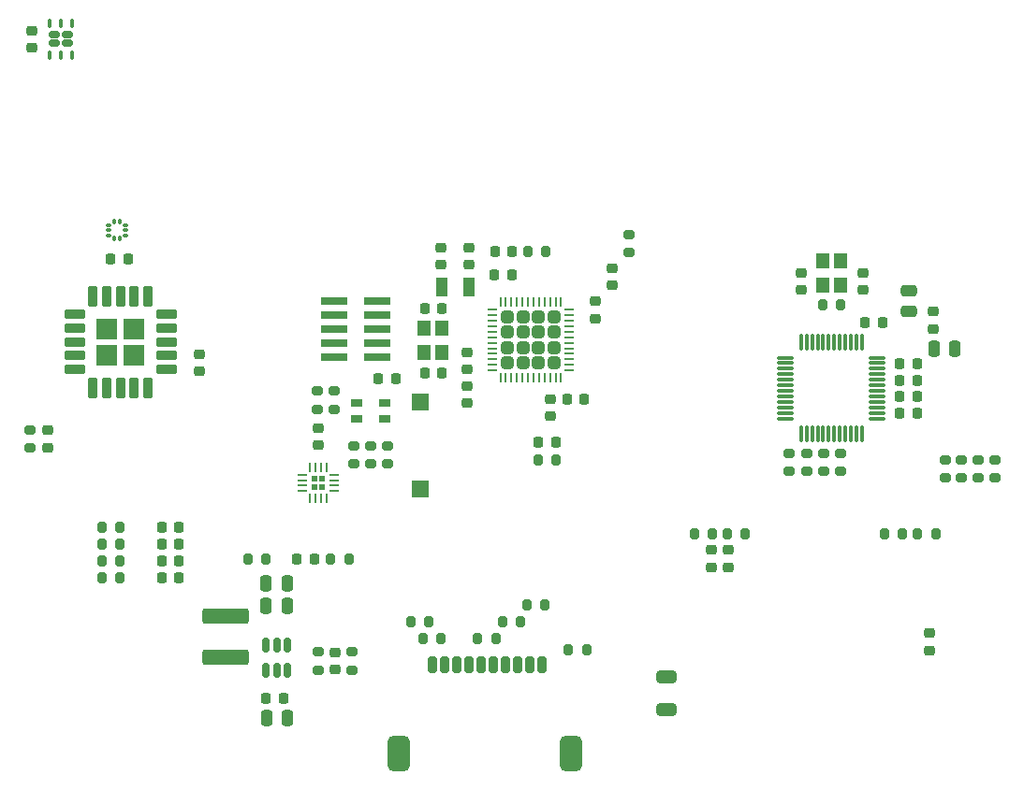
<source format=gtp>
G04 #@! TF.GenerationSoftware,KiCad,Pcbnew,8.0.9*
G04 #@! TF.CreationDate,2025-05-18T21:41:49+02:00*
G04 #@! TF.ProjectId,sensor-hub,73656e73-6f72-42d6-9875-622e6b696361,rev?*
G04 #@! TF.SameCoordinates,Original*
G04 #@! TF.FileFunction,Paste,Top*
G04 #@! TF.FilePolarity,Positive*
%FSLAX46Y46*%
G04 Gerber Fmt 4.6, Leading zero omitted, Abs format (unit mm)*
G04 Created by KiCad (PCBNEW 8.0.9) date 2025-05-18 21:41:49*
%MOMM*%
%LPD*%
G01*
G04 APERTURE LIST*
G04 Aperture macros list*
%AMRoundRect*
0 Rectangle with rounded corners*
0 $1 Rounding radius*
0 $2 $3 $4 $5 $6 $7 $8 $9 X,Y pos of 4 corners*
0 Add a 4 corners polygon primitive as box body*
4,1,4,$2,$3,$4,$5,$6,$7,$8,$9,$2,$3,0*
0 Add four circle primitives for the rounded corners*
1,1,$1+$1,$2,$3*
1,1,$1+$1,$4,$5*
1,1,$1+$1,$6,$7*
1,1,$1+$1,$8,$9*
0 Add four rect primitives between the rounded corners*
20,1,$1+$1,$2,$3,$4,$5,0*
20,1,$1+$1,$4,$5,$6,$7,0*
20,1,$1+$1,$6,$7,$8,$9,0*
20,1,$1+$1,$8,$9,$2,$3,0*%
G04 Aperture macros list end*
%ADD10RoundRect,0.145000X-0.145000X-0.145000X0.145000X-0.145000X0.145000X0.145000X-0.145000X0.145000X0*%
%ADD11RoundRect,0.062500X-0.375000X-0.062500X0.375000X-0.062500X0.375000X0.062500X-0.375000X0.062500X0*%
%ADD12RoundRect,0.062500X-0.062500X-0.375000X0.062500X-0.375000X0.062500X0.375000X-0.062500X0.375000X0*%
%ADD13RoundRect,0.249999X1.850001X-0.450001X1.850001X0.450001X-1.850001X0.450001X-1.850001X-0.450001X0*%
%ADD14RoundRect,0.200000X0.200000X0.275000X-0.200000X0.275000X-0.200000X-0.275000X0.200000X-0.275000X0*%
%ADD15RoundRect,0.200000X-0.275000X0.200000X-0.275000X-0.200000X0.275000X-0.200000X0.275000X0.200000X0*%
%ADD16RoundRect,0.225000X0.250000X-0.225000X0.250000X0.225000X-0.250000X0.225000X-0.250000X-0.225000X0*%
%ADD17RoundRect,0.218750X-0.256250X0.218750X-0.256250X-0.218750X0.256250X-0.218750X0.256250X0.218750X0*%
%ADD18RoundRect,0.200000X0.275000X-0.200000X0.275000X0.200000X-0.275000X0.200000X-0.275000X-0.200000X0*%
%ADD19RoundRect,0.218750X0.218750X0.256250X-0.218750X0.256250X-0.218750X-0.256250X0.218750X-0.256250X0*%
%ADD20RoundRect,0.225000X0.225000X0.250000X-0.225000X0.250000X-0.225000X-0.250000X0.225000X-0.250000X0*%
%ADD21RoundRect,0.225000X-0.250000X0.225000X-0.250000X-0.225000X0.250000X-0.225000X0.250000X0.225000X0*%
%ADD22RoundRect,0.225000X-0.225000X-0.250000X0.225000X-0.250000X0.225000X0.250000X-0.225000X0.250000X0*%
%ADD23R,1.150000X1.400000*%
%ADD24R,1.000000X1.800000*%
%ADD25RoundRect,0.200000X-0.200000X-0.275000X0.200000X-0.275000X0.200000X0.275000X-0.200000X0.275000X0*%
%ADD26RoundRect,0.250000X-0.315000X-0.315000X0.315000X-0.315000X0.315000X0.315000X-0.315000X0.315000X0*%
%ADD27RoundRect,0.250001X0.714999X-0.714999X0.714999X0.714999X-0.714999X0.714999X-0.714999X-0.714999X0*%
%ADD28RoundRect,0.212500X0.212500X-0.737500X0.212500X0.737500X-0.212500X0.737500X-0.212500X-0.737500X0*%
%ADD29RoundRect,0.212500X0.737500X-0.212500X0.737500X0.212500X-0.737500X0.212500X-0.737500X-0.212500X0*%
%ADD30R,1.000000X0.800000*%
%ADD31RoundRect,0.250000X-0.250000X-0.475000X0.250000X-0.475000X0.250000X0.475000X-0.250000X0.475000X0*%
%ADD32RoundRect,0.250000X0.475000X-0.250000X0.475000X0.250000X-0.475000X0.250000X-0.475000X-0.250000X0*%
%ADD33R,2.400000X0.740000*%
%ADD34RoundRect,0.150000X-0.335000X0.150000X-0.335000X-0.150000X0.335000X-0.150000X0.335000X0.150000X0*%
%ADD35RoundRect,0.100000X-0.100000X0.300000X-0.100000X-0.300000X0.100000X-0.300000X0.100000X0.300000X0*%
%ADD36RoundRect,0.150000X-0.150000X0.512500X-0.150000X-0.512500X0.150000X-0.512500X0.150000X0.512500X0*%
%ADD37R,1.500000X1.500000*%
%ADD38RoundRect,0.200000X0.200000X0.550000X-0.200000X0.550000X-0.200000X-0.550000X0.200000X-0.550000X0*%
%ADD39RoundRect,0.500000X0.500000X1.100000X-0.500000X1.100000X-0.500000X-1.100000X0.500000X-1.100000X0*%
%ADD40RoundRect,0.087500X0.087500X-0.125000X0.087500X0.125000X-0.087500X0.125000X-0.087500X-0.125000X0*%
%ADD41RoundRect,0.087500X0.125000X-0.087500X0.125000X0.087500X-0.125000X0.087500X-0.125000X-0.087500X0*%
%ADD42RoundRect,0.250000X0.650000X-0.325000X0.650000X0.325000X-0.650000X0.325000X-0.650000X-0.325000X0*%
%ADD43RoundRect,0.075000X0.075000X-0.662500X0.075000X0.662500X-0.075000X0.662500X-0.075000X-0.662500X0*%
%ADD44RoundRect,0.075000X0.662500X-0.075000X0.662500X0.075000X-0.662500X0.075000X-0.662500X-0.075000X0*%
G04 APERTURE END LIST*
D10*
X74680000Y-104430000D03*
X74680000Y-105150000D03*
X75400000Y-104430000D03*
X75400000Y-105150000D03*
D11*
X73602500Y-104040000D03*
X73602500Y-104540000D03*
X73602500Y-105040000D03*
X73602500Y-105540000D03*
D12*
X74290000Y-106227500D03*
X74790000Y-106227500D03*
X75290000Y-106227500D03*
X75790000Y-106227500D03*
D11*
X76477500Y-105540000D03*
X76477500Y-105040000D03*
X76477500Y-104540000D03*
X76477500Y-104040000D03*
D12*
X75790000Y-103352500D03*
X75290000Y-103352500D03*
X74790000Y-103352500D03*
X74290000Y-103352500D03*
D13*
X66650000Y-120575000D03*
X66650000Y-116875000D03*
D14*
X57125000Y-108775000D03*
X55475000Y-108775000D03*
D15*
X120762500Y-102100000D03*
X120762500Y-103750000D03*
D16*
X75050000Y-101400000D03*
X75050000Y-99850000D03*
D17*
X50600000Y-100012500D03*
X50600000Y-101587500D03*
D18*
X134750000Y-104350000D03*
X134750000Y-102700000D03*
D15*
X75050000Y-120075000D03*
X75050000Y-121725000D03*
D19*
X96537500Y-101075000D03*
X94962500Y-101075000D03*
D20*
X99100000Y-97212500D03*
X97550000Y-97212500D03*
D17*
X88525000Y-96002500D03*
X88525000Y-97577500D03*
D14*
X93350000Y-117325000D03*
X91700000Y-117325000D03*
D21*
X76575000Y-120125000D03*
X76575000Y-121675000D03*
D18*
X74950000Y-98125000D03*
X74950000Y-96475000D03*
D22*
X127662500Y-97000000D03*
X129212500Y-97000000D03*
D23*
X120712500Y-84700000D03*
X120712500Y-86900000D03*
X122312500Y-86900000D03*
X122312500Y-84700000D03*
D20*
X86225000Y-89012500D03*
X84675000Y-89012500D03*
D23*
X86225000Y-93012500D03*
X86225000Y-90812500D03*
X84625000Y-90812500D03*
X84625000Y-93012500D03*
D24*
X88725000Y-87012500D03*
X86225000Y-87012500D03*
D15*
X48950000Y-99975000D03*
X48950000Y-101625000D03*
D22*
X60875000Y-113350000D03*
X62425000Y-113350000D03*
X127662500Y-98500000D03*
X129212500Y-98500000D03*
D25*
X76175000Y-111675000D03*
X77825000Y-111675000D03*
X83425000Y-117325000D03*
X85075000Y-117325000D03*
D22*
X60875000Y-108775000D03*
X62425000Y-108775000D03*
D15*
X119212500Y-102100000D03*
X119212500Y-103750000D03*
D25*
X84525000Y-118875000D03*
X86175000Y-118875000D03*
D21*
X64275000Y-93150000D03*
X64275000Y-94700000D03*
X118712500Y-85800000D03*
X118712500Y-87350000D03*
D14*
X130925000Y-109375000D03*
X129275000Y-109375000D03*
D26*
X92175000Y-89750000D03*
X92175000Y-91150000D03*
X92175000Y-92550000D03*
X92175000Y-93950000D03*
X93575000Y-89750000D03*
X93575000Y-91150000D03*
X93575000Y-92550000D03*
X93575000Y-93950000D03*
X94975000Y-89750000D03*
X94975000Y-91150000D03*
X94975000Y-92550000D03*
X94975000Y-93950000D03*
X96375000Y-89750000D03*
X96375000Y-91150000D03*
X96375000Y-92550000D03*
X96375000Y-93950000D03*
D11*
X90837500Y-89100000D03*
X90837500Y-89600000D03*
X90837500Y-90100000D03*
X90837500Y-90600000D03*
X90837500Y-91100000D03*
X90837500Y-91600000D03*
X90837500Y-92100000D03*
X90837500Y-92600000D03*
X90837500Y-93100000D03*
X90837500Y-93600000D03*
X90837500Y-94100000D03*
X90837500Y-94600000D03*
D12*
X91525000Y-95287500D03*
X92025000Y-95287500D03*
X92525000Y-95287500D03*
X93025000Y-95287500D03*
X93525000Y-95287500D03*
X94025000Y-95287500D03*
X94525000Y-95287500D03*
X95025000Y-95287500D03*
X95525000Y-95287500D03*
X96025000Y-95287500D03*
X96525000Y-95287500D03*
X97025000Y-95287500D03*
D11*
X97712500Y-94600000D03*
X97712500Y-94100000D03*
X97712500Y-93600000D03*
X97712500Y-93100000D03*
X97712500Y-92600000D03*
X97712500Y-92100000D03*
X97712500Y-91600000D03*
X97712500Y-91100000D03*
X97712500Y-90600000D03*
X97712500Y-90100000D03*
X97712500Y-89600000D03*
X97712500Y-89100000D03*
D12*
X97025000Y-88412500D03*
X96525000Y-88412500D03*
X96025000Y-88412500D03*
X95525000Y-88412500D03*
X95025000Y-88412500D03*
X94525000Y-88412500D03*
X94025000Y-88412500D03*
X93525000Y-88412500D03*
X93025000Y-88412500D03*
X92525000Y-88412500D03*
X92025000Y-88412500D03*
X91525000Y-88412500D03*
D14*
X96575000Y-102725000D03*
X94925000Y-102725000D03*
X57125000Y-111825000D03*
X55475000Y-111825000D03*
D22*
X60875000Y-111825000D03*
X62425000Y-111825000D03*
D19*
X74675000Y-111675000D03*
X73100000Y-111675000D03*
D27*
X55950000Y-93225000D03*
X58350000Y-93225000D03*
X55950000Y-90825000D03*
X58350000Y-90825000D03*
D28*
X54650000Y-96175000D03*
X55900000Y-96175000D03*
X57150000Y-96175000D03*
X58400000Y-96175000D03*
X59650000Y-96175000D03*
D29*
X61300000Y-94525000D03*
X61300000Y-93275000D03*
X61300000Y-92025000D03*
X61300000Y-90775000D03*
X61300000Y-89525000D03*
D28*
X59650000Y-87875000D03*
X58400000Y-87875000D03*
X57150000Y-87875000D03*
X55900000Y-87875000D03*
X54650000Y-87875000D03*
D29*
X53000000Y-89525000D03*
X53000000Y-90775000D03*
X53000000Y-92025000D03*
X53000000Y-93275000D03*
X53000000Y-94525000D03*
D25*
X94000000Y-83850000D03*
X95650000Y-83850000D03*
D15*
X122312500Y-102100000D03*
X122312500Y-103750000D03*
D30*
X78550000Y-97550000D03*
X78550000Y-98950000D03*
X81050000Y-98950000D03*
X81050000Y-97550000D03*
D18*
X76485000Y-98125000D03*
X76485000Y-96475000D03*
D31*
X130725000Y-92600000D03*
X132625000Y-92600000D03*
D25*
X109050000Y-109425000D03*
X110700000Y-109425000D03*
D32*
X128475000Y-89275000D03*
X128475000Y-87375000D03*
D25*
X126275000Y-109375000D03*
X127925000Y-109375000D03*
D33*
X76500000Y-88310000D03*
X80400000Y-88310000D03*
X76500000Y-89580000D03*
X80400000Y-89580000D03*
X76500000Y-90850000D03*
X80400000Y-90850000D03*
X76500000Y-92120000D03*
X80400000Y-92120000D03*
X76500000Y-93390000D03*
X80400000Y-93390000D03*
D18*
X78250000Y-103075000D03*
X78250000Y-101425000D03*
D31*
X70350000Y-113875000D03*
X72250000Y-113875000D03*
D22*
X56300000Y-84500000D03*
X57850000Y-84500000D03*
D21*
X86175000Y-83512500D03*
X86175000Y-85062500D03*
X100125000Y-88350000D03*
X100125000Y-89900000D03*
D25*
X89475000Y-118875000D03*
X91125000Y-118875000D03*
D34*
X52350000Y-64225000D03*
X51150000Y-64225000D03*
X52350000Y-64975000D03*
X51150000Y-64975000D03*
D35*
X52750000Y-63150000D03*
X51750000Y-63150000D03*
X50750000Y-63150000D03*
X50750000Y-66050000D03*
X51750000Y-66050000D03*
X52750000Y-66050000D03*
D14*
X57125000Y-113350000D03*
X55475000Y-113350000D03*
D22*
X70350000Y-124325000D03*
X71900000Y-124325000D03*
D16*
X130300000Y-119950000D03*
X130300000Y-118400000D03*
D21*
X88725000Y-83512500D03*
X88725000Y-85062500D03*
X112150000Y-110875000D03*
X112150000Y-112425000D03*
D36*
X72250000Y-119450000D03*
X71300000Y-119450000D03*
X70350000Y-119450000D03*
X70350000Y-121725000D03*
X71300000Y-121725000D03*
X72250000Y-121725000D03*
D22*
X124525000Y-90250000D03*
X126075000Y-90250000D03*
D18*
X79775000Y-103075000D03*
X79775000Y-101425000D03*
D14*
X57125000Y-110300000D03*
X55475000Y-110300000D03*
D37*
X84275000Y-105300000D03*
X84275000Y-97500000D03*
D31*
X70400000Y-126125000D03*
X72300000Y-126125000D03*
D25*
X112050000Y-109425000D03*
X113700000Y-109425000D03*
D16*
X49150000Y-65375000D03*
X49150000Y-63825000D03*
D21*
X96050000Y-97187500D03*
X96050000Y-98737500D03*
D18*
X78100000Y-121725000D03*
X78100000Y-120075000D03*
D17*
X130700000Y-89275000D03*
X130700000Y-90850000D03*
D22*
X91025000Y-83850000D03*
X92575000Y-83850000D03*
D14*
X95550000Y-115800000D03*
X93900000Y-115800000D03*
D22*
X127662500Y-94000000D03*
X129212500Y-94000000D03*
D18*
X131750000Y-104350000D03*
X131750000Y-102700000D03*
D31*
X70350000Y-115925000D03*
X72250000Y-115925000D03*
D38*
X85355000Y-121250000D03*
X86455000Y-121250000D03*
X87555000Y-121250000D03*
X88655000Y-121250000D03*
X89755000Y-121250000D03*
X90855000Y-121250000D03*
X91955000Y-121250000D03*
X93055000Y-121250000D03*
X94155000Y-121250000D03*
X95255000Y-121250000D03*
D39*
X97945000Y-129300000D03*
X82305000Y-129300000D03*
D21*
X110600000Y-110875000D03*
X110600000Y-112425000D03*
D15*
X117662500Y-102100000D03*
X117662500Y-103750000D03*
D22*
X84675000Y-94812500D03*
X86225000Y-94812500D03*
D16*
X101625000Y-86900000D03*
X101625000Y-85350000D03*
D22*
X127662500Y-95500000D03*
X129212500Y-95500000D03*
X91000000Y-85987500D03*
X92550000Y-85987500D03*
D25*
X120662500Y-88700000D03*
X122312500Y-88700000D03*
D16*
X88525000Y-94537500D03*
X88525000Y-92987500D03*
D15*
X133250000Y-102700000D03*
X133250000Y-104350000D03*
D40*
X56597500Y-82690000D03*
X57097500Y-82690000D03*
D41*
X57610000Y-82427500D03*
X57610000Y-81927500D03*
X57610000Y-81427500D03*
D40*
X57097500Y-81165000D03*
X56597500Y-81165000D03*
D41*
X56085000Y-81427500D03*
X56085000Y-81927500D03*
X56085000Y-82427500D03*
D42*
X106550000Y-125325000D03*
X106550000Y-122375000D03*
D15*
X103125000Y-82275000D03*
X103125000Y-83925000D03*
D14*
X99325000Y-119925000D03*
X97675000Y-119925000D03*
X70350000Y-111675000D03*
X68700000Y-111675000D03*
D20*
X82050000Y-95350000D03*
X80500000Y-95350000D03*
D22*
X60875000Y-110300000D03*
X62425000Y-110300000D03*
D43*
X118725000Y-100362500D03*
X119225000Y-100362500D03*
X119725000Y-100362500D03*
X120225000Y-100362500D03*
X120725000Y-100362500D03*
X121225000Y-100362500D03*
X121725000Y-100362500D03*
X122225000Y-100362500D03*
X122725000Y-100362500D03*
X123225000Y-100362500D03*
X123725000Y-100362500D03*
X124225000Y-100362500D03*
D44*
X125637500Y-98950000D03*
X125637500Y-98450000D03*
X125637500Y-97950000D03*
X125637500Y-97450000D03*
X125637500Y-96950000D03*
X125637500Y-96450000D03*
X125637500Y-95950000D03*
X125637500Y-95450000D03*
X125637500Y-94950000D03*
X125637500Y-94450000D03*
X125637500Y-93950000D03*
X125637500Y-93450000D03*
D43*
X124225000Y-92037500D03*
X123725000Y-92037500D03*
X123225000Y-92037500D03*
X122725000Y-92037500D03*
X122225000Y-92037500D03*
X121725000Y-92037500D03*
X121225000Y-92037500D03*
X120725000Y-92037500D03*
X120225000Y-92037500D03*
X119725000Y-92037500D03*
X119225000Y-92037500D03*
X118725000Y-92037500D03*
D44*
X117312500Y-93450000D03*
X117312500Y-93950000D03*
X117312500Y-94450000D03*
X117312500Y-94950000D03*
X117312500Y-95450000D03*
X117312500Y-95950000D03*
X117312500Y-96450000D03*
X117312500Y-96950000D03*
X117312500Y-97450000D03*
X117312500Y-97950000D03*
X117312500Y-98450000D03*
X117312500Y-98950000D03*
D21*
X124312500Y-85800000D03*
X124312500Y-87350000D03*
D18*
X81300000Y-103075000D03*
X81300000Y-101425000D03*
D15*
X136250000Y-102700000D03*
X136250000Y-104350000D03*
M02*

</source>
